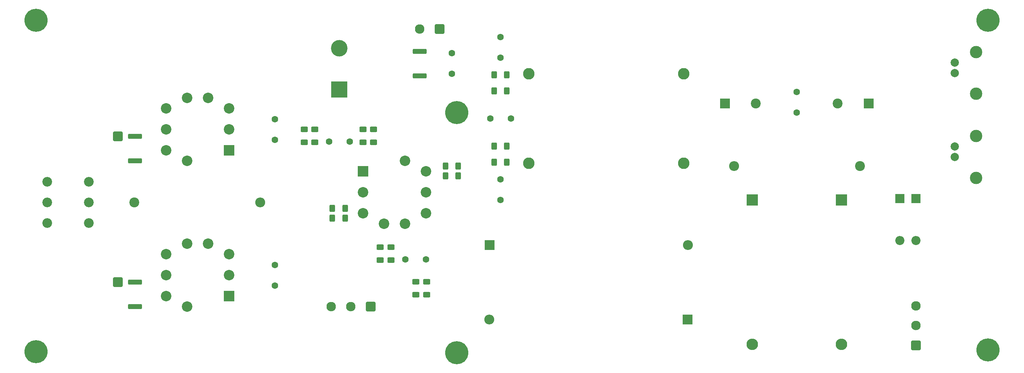
<source format=gbr>
%TF.GenerationSoftware,KiCad,Pcbnew,(6.0.0)*%
%TF.CreationDate,2022-08-03T23:10:52+01:00*%
%TF.ProjectId,Decware SE84 SMD,44656377-6172-4652-9053-45383420534d,rev?*%
%TF.SameCoordinates,Original*%
%TF.FileFunction,Soldermask,Top*%
%TF.FilePolarity,Negative*%
%FSLAX46Y46*%
G04 Gerber Fmt 4.6, Leading zero omitted, Abs format (unit mm)*
G04 Created by KiCad (PCBNEW (6.0.0)) date 2022-08-03 23:10:52*
%MOMM*%
%LPD*%
G01*
G04 APERTURE LIST*
G04 Aperture macros list*
%AMRoundRect*
0 Rectangle with rounded corners*
0 $1 Rounding radius*
0 $2 $3 $4 $5 $6 $7 $8 $9 X,Y pos of 4 corners*
0 Add a 4 corners polygon primitive as box body*
4,1,4,$2,$3,$4,$5,$6,$7,$8,$9,$2,$3,0*
0 Add four circle primitives for the rounded corners*
1,1,$1+$1,$2,$3*
1,1,$1+$1,$4,$5*
1,1,$1+$1,$6,$7*
1,1,$1+$1,$8,$9*
0 Add four rect primitives between the rounded corners*
20,1,$1+$1,$2,$3,$4,$5,0*
20,1,$1+$1,$4,$5,$6,$7,0*
20,1,$1+$1,$6,$7,$8,$9,0*
20,1,$1+$1,$8,$9,$2,$3,0*%
G04 Aperture macros list end*
%ADD10RoundRect,0.250000X-0.400000X-0.625000X0.400000X-0.625000X0.400000X0.625000X-0.400000X0.625000X0*%
%ADD11RoundRect,0.250000X-0.625000X0.400000X-0.625000X-0.400000X0.625000X-0.400000X0.625000X0.400000X0*%
%ADD12C,5.600000*%
%ADD13C,1.600000*%
%ADD14C,2.340000*%
%ADD15C,2.400000*%
%ADD16O,2.400000X2.400000*%
%ADD17R,4.000000X4.000000*%
%ADD18C,4.000000*%
%ADD19R,2.200000X2.200000*%
%ADD20O,2.200000X2.200000*%
%ADD21RoundRect,0.250000X0.400000X0.625000X-0.400000X0.625000X-0.400000X-0.625000X0.400000X-0.625000X0*%
%ADD22RoundRect,0.250000X0.625000X-0.400000X0.625000X0.400000X-0.625000X0.400000X-0.625000X-0.400000X0*%
%ADD23RoundRect,0.250001X0.899999X0.899999X-0.899999X0.899999X-0.899999X-0.899999X0.899999X-0.899999X0*%
%ADD24R,2.800000X2.800000*%
%ADD25O,2.800000X2.800000*%
%ADD26R,2.400000X2.400000*%
%ADD27RoundRect,0.250001X0.899999X-0.899999X0.899999X0.899999X-0.899999X0.899999X-0.899999X-0.899999X0*%
%ADD28C,2.300000*%
%ADD29C,2.800000*%
%ADD30C,2.000000*%
%ADD31C,3.000000*%
%ADD32R,2.540000X2.540000*%
%ADD33C,2.540000*%
%ADD34RoundRect,0.250000X1.425000X-0.362500X1.425000X0.362500X-1.425000X0.362500X-1.425000X-0.362500X0*%
%ADD35RoundRect,0.250000X-1.425000X0.362500X-1.425000X-0.362500X1.425000X-0.362500X1.425000X0.362500X0*%
G04 APERTURE END LIST*
D10*
%TO.C,R17*%
X130080000Y-88971357D03*
X133180000Y-88971357D03*
%TD*%
D11*
%TO.C,R15*%
X86659046Y-102172464D03*
X86659046Y-105272464D03*
%TD*%
D12*
%TO.C,J6*%
X19208261Y-156050000D03*
%TD*%
D13*
%TO.C,C6*%
X119839812Y-83740000D03*
X119839812Y-88740000D03*
%TD*%
D14*
%TO.C,RV1*%
X21925909Y-114840000D03*
X21925909Y-119840000D03*
X21925909Y-124840000D03*
X31925909Y-114840000D03*
X31925909Y-119840000D03*
X31925909Y-124840000D03*
%TD*%
D15*
%TO.C,R20*%
X42985000Y-119879999D03*
D16*
X73465000Y-119879999D03*
%TD*%
D17*
%TO.C,C16*%
X92597536Y-92497832D03*
D18*
X92597536Y-82497832D03*
%TD*%
D19*
%TO.C,D2*%
X228290000Y-118906868D03*
D20*
X228290000Y-129066868D03*
%TD*%
D13*
%TO.C,C13*%
X77008848Y-140020000D03*
X77008848Y-135020000D03*
%TD*%
D21*
%TO.C,R12*%
X133180000Y-92897689D03*
X130080000Y-92897689D03*
%TD*%
D22*
%TO.C,R2*%
X113720000Y-142230000D03*
X113720000Y-139130000D03*
%TD*%
D23*
%TO.C,J5*%
X39020000Y-103910000D03*
%TD*%
D21*
%TO.C,R4*%
X93997536Y-121302464D03*
X90897536Y-121302464D03*
%TD*%
D24*
%TO.C,C5*%
X192548657Y-119250000D03*
D25*
X192548657Y-154250000D03*
%TD*%
D26*
%TO.C,C8*%
X128980000Y-130213759D03*
D16*
X176980000Y-130213759D03*
%TD*%
D15*
%TO.C,R1*%
X218619328Y-111090000D03*
D16*
X188139328Y-111090000D03*
%TD*%
D13*
%TO.C,C15*%
X77008848Y-104724749D03*
X77008848Y-99724749D03*
%TD*%
D27*
%TO.C,J1*%
X232224851Y-154500000D03*
D28*
X232224851Y-149700000D03*
X232224851Y-144900000D03*
%TD*%
D13*
%TO.C,C3*%
X203374328Y-98080000D03*
X203374328Y-93080000D03*
%TD*%
D21*
%TO.C,R11*%
X133180000Y-106210353D03*
X130080000Y-106210353D03*
%TD*%
D22*
%TO.C,R8*%
X100897536Y-105272464D03*
X100897536Y-102172464D03*
%TD*%
D11*
%TO.C,R13*%
X105095333Y-130732464D03*
X105095333Y-133832464D03*
%TD*%
D29*
%TO.C,C18*%
X138510000Y-110393022D03*
X176010000Y-110393022D03*
%TD*%
D13*
%TO.C,C10*%
X95097536Y-105122464D03*
X90097536Y-105122464D03*
%TD*%
D10*
%TO.C,R9*%
X118307536Y-113462464D03*
X121407536Y-113462464D03*
%TD*%
D12*
%TO.C,J6*%
X121050000Y-156240628D03*
%TD*%
D13*
%TO.C,C17*%
X131630000Y-114293022D03*
X131630000Y-119293022D03*
%TD*%
D26*
%TO.C,C9*%
X176930000Y-148259948D03*
D16*
X128930000Y-148259948D03*
%TD*%
D22*
%TO.C,R16*%
X84094666Y-105272464D03*
X84094666Y-102172464D03*
%TD*%
D23*
%TO.C,J4*%
X39020000Y-139210000D03*
%TD*%
%TO.C,J8*%
X100220000Y-145080000D03*
D28*
X95420000Y-145080000D03*
X90620000Y-145080000D03*
%TD*%
D30*
%TO.C,J2*%
X241630000Y-88508817D03*
D31*
X246730000Y-83458817D03*
D30*
X241630000Y-86008817D03*
D31*
X246730000Y-93558817D03*
%TD*%
D23*
%TO.C,J7*%
X116890000Y-77897832D03*
D28*
X112090000Y-77897832D03*
%TD*%
D13*
%TO.C,C11*%
X113557536Y-133682464D03*
X108557536Y-133682464D03*
%TD*%
%TO.C,C7*%
X129130000Y-99554021D03*
X134130000Y-99554021D03*
%TD*%
D26*
%TO.C,C1*%
X220780560Y-95890000D03*
D15*
X213280560Y-95890000D03*
%TD*%
D32*
%TO.C,U2*%
X65903437Y-142590022D03*
D33*
X65903437Y-137510022D03*
X65903437Y-132430022D03*
X60823437Y-129890022D03*
X55743437Y-129890022D03*
X50663437Y-132430022D03*
X50663437Y-137510022D03*
X50663437Y-142590022D03*
X55743437Y-145130022D03*
%TD*%
D24*
%TO.C,C2*%
X214200000Y-119250000D03*
D25*
X214200000Y-154250000D03*
%TD*%
D29*
%TO.C,C12*%
X138510000Y-88715025D03*
X176010000Y-88715025D03*
%TD*%
D30*
%TO.C,J3*%
X241630000Y-108858817D03*
D31*
X246730000Y-103808817D03*
D30*
X241630000Y-106358817D03*
D31*
X246730000Y-113908817D03*
%TD*%
D10*
%TO.C,R10*%
X118307536Y-111051455D03*
X121407536Y-111051455D03*
%TD*%
D32*
%TO.C,U1*%
X98370000Y-112342486D03*
D33*
X98370000Y-117422486D03*
X98370000Y-122502486D03*
X103450000Y-125042486D03*
X108530000Y-125042486D03*
X113610000Y-122502486D03*
X113610000Y-117422486D03*
X113610000Y-112342486D03*
X108530000Y-109802486D03*
%TD*%
D12*
%TO.C,J6*%
X19165602Y-75770000D03*
%TD*%
D19*
%TO.C,D1*%
X232224851Y-118916868D03*
D20*
X232224851Y-129076868D03*
%TD*%
D32*
%TO.C,U3*%
X65903437Y-107294771D03*
D33*
X65903437Y-102214771D03*
X65903437Y-97134771D03*
X60823437Y-94594771D03*
X55743437Y-94594771D03*
X50663437Y-97134771D03*
X50663437Y-102214771D03*
X50663437Y-107294771D03*
X55743437Y-109834771D03*
%TD*%
D12*
%TO.C,J6*%
X249647341Y-75770000D03*
%TD*%
D21*
%TO.C,R6*%
X93997536Y-123726527D03*
X90897536Y-123726527D03*
%TD*%
D13*
%TO.C,C14*%
X131630000Y-84815025D03*
X131630000Y-79815025D03*
%TD*%
D26*
%TO.C,C4*%
X185968097Y-95890000D03*
D15*
X193468097Y-95890000D03*
%TD*%
D12*
%TO.C,J6*%
X249663076Y-155590000D03*
%TD*%
%TO.C,J6*%
X121050000Y-98130000D03*
%TD*%
D34*
%TO.C,R18*%
X43120000Y-145142500D03*
X43120000Y-139217500D03*
%TD*%
D35*
%TO.C,R7*%
X112030000Y-83297500D03*
X112030000Y-89222500D03*
%TD*%
D34*
%TO.C,R21*%
X43120000Y-109832500D03*
X43120000Y-103907500D03*
%TD*%
D22*
%TO.C,R14*%
X102499572Y-133832464D03*
X102499572Y-130732464D03*
%TD*%
%TO.C,R3*%
X111090000Y-142230000D03*
X111090000Y-139130000D03*
%TD*%
%TO.C,R5*%
X98367536Y-105272464D03*
X98367536Y-102172464D03*
%TD*%
D10*
%TO.C,R19*%
X130080000Y-110136685D03*
X133180000Y-110136685D03*
%TD*%
M02*

</source>
